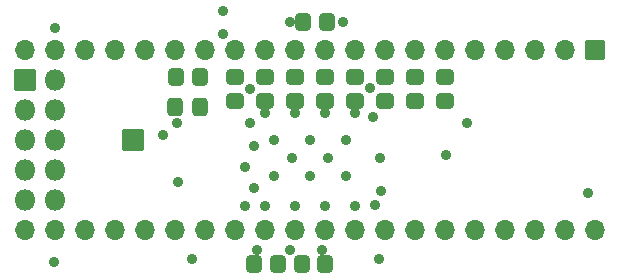
<source format=gbs>
G04 #@! TF.GenerationSoftware,KiCad,Pcbnew,6.0.10-86aedd382b~118~ubuntu18.04.1*
G04 #@! TF.CreationDate,2024-01-19T12:45:40+00:00*
G04 #@! TF.ProjectId,ReTuLaReMake,52655475-4c61-4526-954d-616b652e6b69,rev?*
G04 #@! TF.SameCoordinates,Original*
G04 #@! TF.FileFunction,Soldermask,Bot*
G04 #@! TF.FilePolarity,Negative*
%FSLAX46Y46*%
G04 Gerber Fmt 4.6, Leading zero omitted, Abs format (unit mm)*
G04 Created by KiCad (PCBNEW 6.0.10-86aedd382b~118~ubuntu18.04.1) date 2024-01-19 12:45:40*
%MOMM*%
%LPD*%
G01*
G04 APERTURE LIST*
G04 Aperture macros list*
%AMRoundRect*
0 Rectangle with rounded corners*
0 $1 Rounding radius*
0 $2 $3 $4 $5 $6 $7 $8 $9 X,Y pos of 4 corners*
0 Add a 4 corners polygon primitive as box body*
4,1,4,$2,$3,$4,$5,$6,$7,$8,$9,$2,$3,0*
0 Add four circle primitives for the rounded corners*
1,1,$1+$1,$2,$3*
1,1,$1+$1,$4,$5*
1,1,$1+$1,$6,$7*
1,1,$1+$1,$8,$9*
0 Add four rect primitives between the rounded corners*
20,1,$1+$1,$2,$3,$4,$5,0*
20,1,$1+$1,$4,$5,$6,$7,0*
20,1,$1+$1,$6,$7,$8,$9,0*
20,1,$1+$1,$8,$9,$2,$3,0*%
G04 Aperture macros list end*
%ADD10RoundRect,0.050000X-0.850000X-0.850000X0.850000X-0.850000X0.850000X0.850000X-0.850000X0.850000X0*%
%ADD11O,1.800000X1.800000*%
%ADD12RoundRect,0.300000X0.350000X0.450000X-0.350000X0.450000X-0.350000X-0.450000X0.350000X-0.450000X0*%
%ADD13RoundRect,0.300000X0.450000X-0.350000X0.450000X0.350000X-0.450000X0.350000X-0.450000X-0.350000X0*%
%ADD14RoundRect,0.300000X-0.337500X-0.475000X0.337500X-0.475000X0.337500X0.475000X-0.337500X0.475000X0*%
%ADD15RoundRect,0.300000X-0.350000X-0.450000X0.350000X-0.450000X0.350000X0.450000X-0.350000X0.450000X0*%
%ADD16RoundRect,0.050000X0.800000X-0.800000X0.800000X0.800000X-0.800000X0.800000X-0.800000X-0.800000X0*%
%ADD17O,1.700000X1.700000*%
%ADD18C,0.900000*%
G04 APERTURE END LIST*
D10*
X102870000Y-114300000D03*
D11*
X105410000Y-114300000D03*
X102870000Y-116840000D03*
X105410000Y-116840000D03*
X102870000Y-119380000D03*
X105410000Y-119380000D03*
X102870000Y-121920000D03*
X105410000Y-121920000D03*
X102870000Y-124460000D03*
X105410000Y-124460000D03*
D10*
X112000000Y-119380000D03*
D12*
X128250000Y-129880000D03*
X126250000Y-129880000D03*
D13*
X125730000Y-116000000D03*
X125730000Y-114000000D03*
X133350000Y-116000000D03*
X133350000Y-114000000D03*
D14*
X115555000Y-116510000D03*
X117630000Y-116510000D03*
D13*
X123190000Y-116000000D03*
X123190000Y-114000000D03*
D15*
X126400000Y-109380000D03*
X128400000Y-109380000D03*
D13*
X138430000Y-116000000D03*
X138430000Y-114000000D03*
D12*
X124250000Y-129880000D03*
X122250000Y-129880000D03*
D13*
X130810000Y-116000000D03*
X130810000Y-114000000D03*
X135890000Y-116000000D03*
X135890000Y-114000000D03*
X120650000Y-116000000D03*
X120650000Y-114000000D03*
D12*
X117630000Y-114010000D03*
X115630000Y-114010000D03*
D16*
X151130000Y-111760000D03*
D17*
X148590000Y-111760000D03*
X146050000Y-111760000D03*
X143510000Y-111760000D03*
X140970000Y-111760000D03*
X138430000Y-111760000D03*
X135890000Y-111760000D03*
X133350000Y-111760000D03*
X130810000Y-111760000D03*
X128270000Y-111760000D03*
X125730000Y-111760000D03*
X123190000Y-111760000D03*
X120650000Y-111760000D03*
X118110000Y-111760000D03*
X115570000Y-111760000D03*
X113030000Y-111760000D03*
X110490000Y-111760000D03*
X107950000Y-111760000D03*
X105410000Y-111760000D03*
X102870000Y-111760000D03*
X102870000Y-127000000D03*
X105410000Y-127000000D03*
X107950000Y-127000000D03*
X110490000Y-127000000D03*
X113030000Y-127000000D03*
X115570000Y-127000000D03*
X118110000Y-127000000D03*
X120650000Y-127000000D03*
X123190000Y-127000000D03*
X125730000Y-127000000D03*
X128270000Y-127000000D03*
X130810000Y-127000000D03*
X133350000Y-127000000D03*
X135890000Y-127000000D03*
X138430000Y-127000000D03*
X140970000Y-127000000D03*
X143510000Y-127000000D03*
X146050000Y-127000000D03*
X148590000Y-127000000D03*
X151130000Y-127000000D03*
D13*
X128270000Y-116000000D03*
X128270000Y-114000000D03*
D18*
X125250000Y-128630000D03*
X127000000Y-119380000D03*
X125476000Y-120904000D03*
X123952000Y-119380000D03*
X138500000Y-120605000D03*
X140250000Y-117880000D03*
X127000000Y-122428000D03*
X132800000Y-129380000D03*
X119600000Y-110380000D03*
X133000000Y-123630000D03*
X117000000Y-129380000D03*
X130048000Y-122428000D03*
X129800000Y-109380000D03*
X128524000Y-120904000D03*
X115712500Y-117917500D03*
X123952000Y-122428000D03*
X115750000Y-122917500D03*
X150495000Y-123825000D03*
X130048000Y-119380000D03*
X122250000Y-119880000D03*
X114500000Y-118880000D03*
X121500000Y-121630000D03*
X122250000Y-123380000D03*
X121500000Y-124968000D03*
X123190000Y-124968000D03*
X125730000Y-124968000D03*
X128270000Y-124968000D03*
X130810000Y-124968000D03*
X132500000Y-124880000D03*
X132880000Y-120880000D03*
X132334000Y-117380000D03*
X132080000Y-114935000D03*
X130810000Y-117094000D03*
X128270000Y-117094000D03*
X125730000Y-117094000D03*
X123190000Y-117094000D03*
X121920000Y-115062000D03*
X125250000Y-109380000D03*
X105410000Y-109855000D03*
X119634000Y-108458000D03*
X128000000Y-128630000D03*
X105285000Y-129665000D03*
X122500000Y-128630000D03*
X121880000Y-117880000D03*
G36*
X128188089Y-129038409D02*
G01*
X128187709Y-129039637D01*
X128166504Y-129068875D01*
X128172264Y-129105031D01*
X128202149Y-129126705D01*
X128213253Y-129128014D01*
X128214856Y-129129210D01*
X128214622Y-129131196D01*
X128213019Y-129132000D01*
X127900114Y-129132000D01*
X127831902Y-129140013D01*
X127830065Y-129139222D01*
X127829832Y-129137236D01*
X127830643Y-129136310D01*
X127857152Y-129120476D01*
X127866101Y-129084977D01*
X127847198Y-129053329D01*
X127835459Y-129047348D01*
X127834370Y-129045671D01*
X127835278Y-129043889D01*
X127836963Y-129043657D01*
X127928374Y-129072216D01*
X128055371Y-129074544D01*
X128177918Y-129041134D01*
X128185044Y-129036759D01*
X128187043Y-129036705D01*
X128188089Y-129038409D01*
G37*
G36*
X122428374Y-129072216D02*
G01*
X122555371Y-129074544D01*
X122670697Y-129043103D01*
X122672631Y-129043613D01*
X122673157Y-129045542D01*
X122672447Y-129046614D01*
X122643890Y-129068724D01*
X122639269Y-129105044D01*
X122661824Y-129134174D01*
X122666497Y-129135785D01*
X122667808Y-129137295D01*
X122667157Y-129139186D01*
X122665613Y-129139663D01*
X122599880Y-129132000D01*
X122282806Y-129132000D01*
X122281074Y-129131000D01*
X122281074Y-129129000D01*
X122282041Y-129128152D01*
X122316630Y-129113825D01*
X122330640Y-129080001D01*
X122316505Y-129045874D01*
X122309323Y-129039992D01*
X122306878Y-129038364D01*
X122305990Y-129036572D01*
X122307098Y-129034907D01*
X122308582Y-129034790D01*
X122428374Y-129072216D01*
G37*
G36*
X125751293Y-109172378D02*
G01*
X125752000Y-109173904D01*
X125752000Y-109586356D01*
X125751000Y-109588088D01*
X125749000Y-109588088D01*
X125748152Y-109587121D01*
X125733826Y-109552534D01*
X125700002Y-109538524D01*
X125665944Y-109552631D01*
X125658396Y-109563242D01*
X125656577Y-109564074D01*
X125654947Y-109562915D01*
X125654966Y-109561211D01*
X125676774Y-109516200D01*
X125697868Y-109390817D01*
X125697998Y-109380131D01*
X125679973Y-109254268D01*
X125653629Y-109196328D01*
X125653823Y-109194337D01*
X125655643Y-109193509D01*
X125656815Y-109194038D01*
X125683210Y-109218694D01*
X125719800Y-109217448D01*
X125744955Y-109190519D01*
X125748032Y-109173547D01*
X125749325Y-109172021D01*
X125751293Y-109172378D01*
G37*
M02*

</source>
